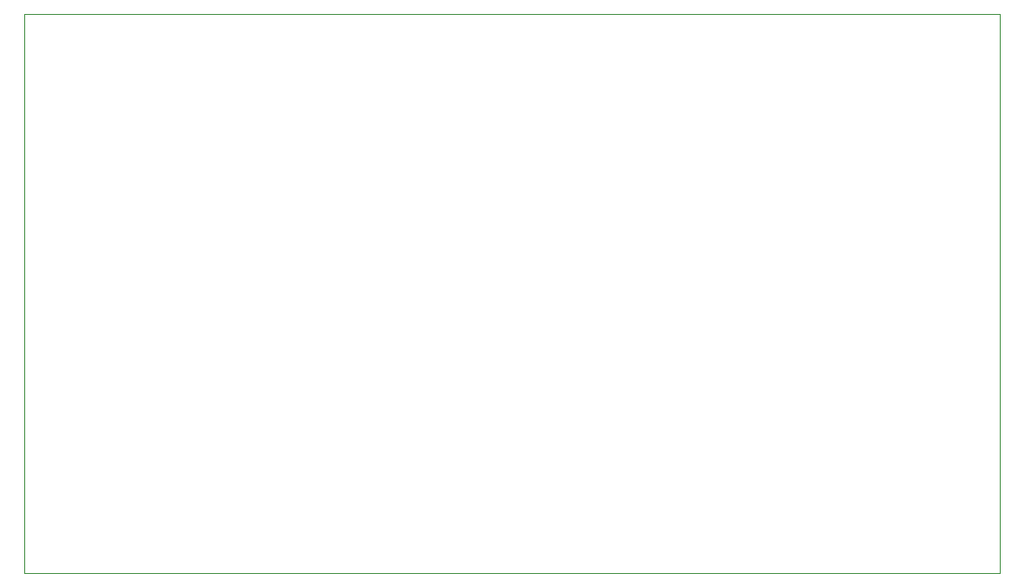
<source format=gbr>
%TF.GenerationSoftware,KiCad,Pcbnew,9.0.2*%
%TF.CreationDate,2025-06-27T12:13:14-04:00*%
%TF.ProjectId,hackpad,6861636b-7061-4642-9e6b-696361645f70,rev?*%
%TF.SameCoordinates,Original*%
%TF.FileFunction,Profile,NP*%
%FSLAX46Y46*%
G04 Gerber Fmt 4.6, Leading zero omitted, Abs format (unit mm)*
G04 Created by KiCad (PCBNEW 9.0.2) date 2025-06-27 12:13:14*
%MOMM*%
%LPD*%
G01*
G04 APERTURE LIST*
%TA.AperFunction,Profile*%
%ADD10C,0.050000*%
%TD*%
G04 APERTURE END LIST*
D10*
X76775000Y-46350000D02*
X165350000Y-46350000D01*
X165350000Y-97150000D01*
X76775000Y-97150000D01*
X76775000Y-46350000D01*
M02*

</source>
